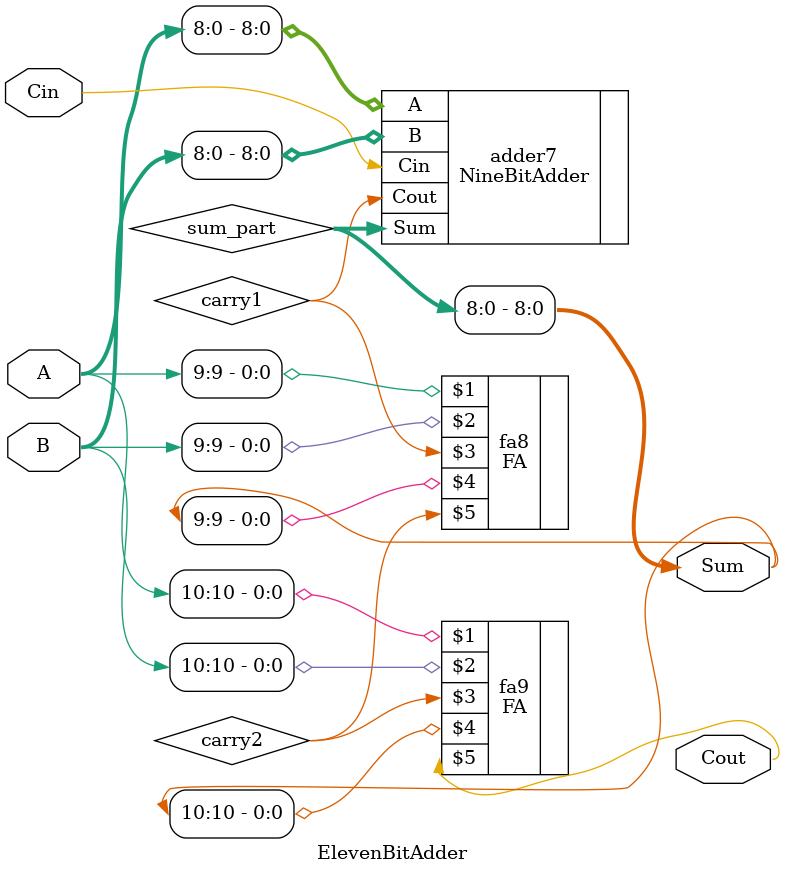
<source format=v>
module ElevenBitAdder (
    input [10:0] A,    // 9-bit input A
    input [10:0] B,    // 9-bit input B
    input Cin,
    output [10:0] Sum,  // 9-bit sum output
    output Cout        // Carry-out
);

    wire [8:0] sum_part;
    wire carry1, carry2;

    // Use the 7-bit adder
    NineBitAdder adder7 (.A(A[8:0]), .B(B[8:0]), .Cin(Cin), .Sum(sum_part), .Cout(carry1));

    // Use two 1-bit adders for the remaining bits
    FA fa8 (A[9], B[9], carry1, Sum[9], carry2);
    FA fa9 (A[10], B[10], carry2, Sum[10], Cout);

    // Concatenate the results
	  assign Sum[8:0] = sum_part;

endmodule

</source>
